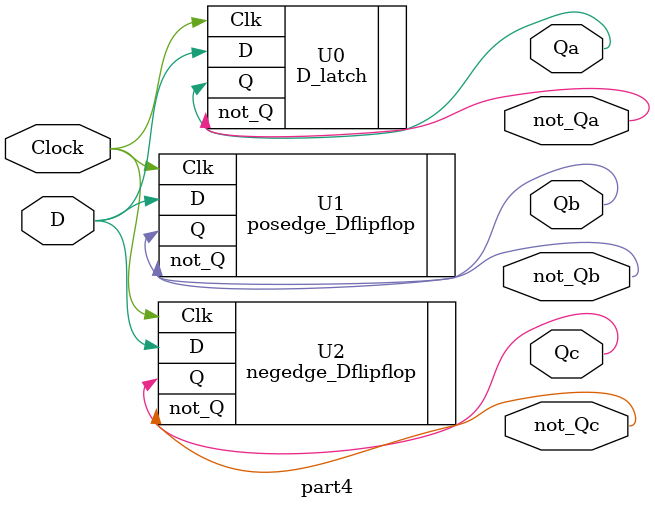
<source format=v>
module part4 (D, Clock, Qa, not_Qa, Qb, not_Qb, Qc, not_Qc);
input D, Clock;

output Qa, not_Qa, Qb, not_Qb, Qc, not_Qc;

D_latch U0 ( .D(D), .Clk(Clock), .Q(Qa), .not_Q(not_Qa) );
posedge_Dflipflop U1 ( .D(D), .Clk(Clock), .Q(Qb), .not_Q(not_Qb) );
negedge_Dflipflop U2 ( .D(D), .Clk(Clock), .Q(Qc), .not_Q(not_Qc) );

endmodule
</source>
